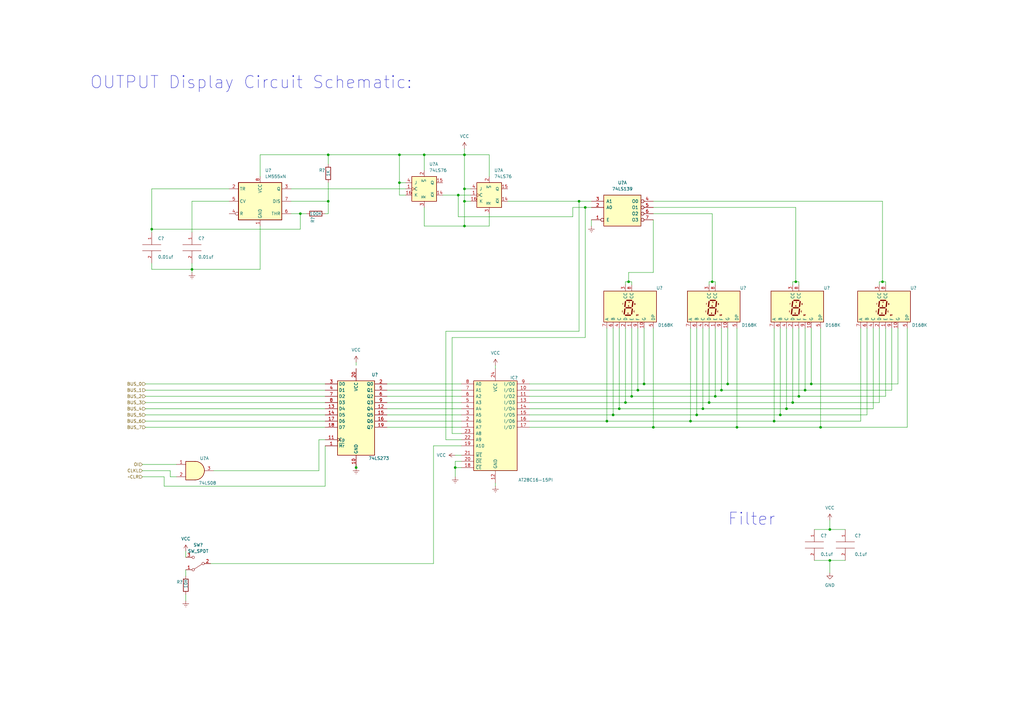
<source format=kicad_sch>
(kicad_sch (version 20211123) (generator eeschema)
  (paper "A3")
  (lib_symbols
    (symbol "74xx:74LS08" (pin_names (offset 1.016))
      (property "Reference" "U" (at 0 1.27 0))
      (property "Value" "74LS08" (at 0 -1.27 0))
      (symbol "74LS08_1_1"
        (arc (start 0 -3.81) (mid 3.81 0) (end 0 3.81) (stroke (width 0.254)) (fill (type background)))
        (polyline (pts (xy 0 3.81) (xy -3.81 3.81) (xy -3.81 -3.81) (xy 0 -3.81)) (stroke (width 0.254)) (fill (type background)))
        (pin input line (at -7.62 2.54 0) (length 3.81) (name "~") (number "1"))
        (pin input line (at -7.62 -2.54 0) (length 3.81) (name "~") (number "2"))
        (pin output line (at 7.62 0 180) (length 3.81) (name "~") (number "3"))
      )
      (symbol "74LS08_1_2"
        (arc (start -3.81 -3.81) (mid -2.589 0) (end -3.81 3.81) (stroke (width 0.254)))
        (arc (start -0.6096 -3.81) (mid 2.1842 -2.5851) (end 3.81 0) (stroke (width 0.254)) (fill (type background)))
        (polyline (pts (xy -3.81 -3.81) (xy -0.635 -3.81)) (stroke (width 0.254)) (fill (type background)))
        (polyline (pts (xy -3.81 3.81) (xy -0.635 3.81)) (stroke (width 0.254)) (fill (type background)))
        (polyline (pts (xy -0.635 3.81) (xy -3.81 3.81) (xy -3.81 3.81) (xy -3.556 3.4036) (xy -3.0226 2.2606) (xy -2.6924 1.0414) (xy -2.6162 -0.254) (xy -2.7686 -1.4986) (xy -3.175 -2.7178) (xy -3.81 -3.81) (xy -3.81 -3.81) (xy -0.635 -3.81)) (stroke (width -25.4)) (fill (type background)))
        (arc (start 3.81 0) (mid 2.1915 2.5936) (end -0.6096 3.81) (stroke (width 0.254)) (fill (type background)))
        (pin input inverted (at -7.62 2.54 0) (length 4.318) (name "~") (number "1"))
        (pin input inverted (at -7.62 -2.54 0) (length 4.318) (name "~") (number "2"))
        (pin output inverted (at 7.62 0 180) (length 3.81) (name "~") (number "3"))
      )
      (symbol "74LS08_2_1"
        (arc (start 0 -3.81) (mid 3.81 0) (end 0 3.81) (stroke (width 0.254)) (fill (type background)))
        (polyline (pts (xy 0 3.81) (xy -3.81 3.81) (xy -3.81 -3.81) (xy 0 -3.81)) (stroke (width 0.254)) (fill (type background)))
        (pin input line (at -7.62 2.54 0) (length 3.81) (name "~") (number "4"))
        (pin input line (at -7.62 -2.54 0) (length 3.81) (name "~") (number "5"))
        (pin output line (at 7.62 0 180) (length 3.81) (name "~") (number "6"))
      )
      (symbol "74LS08_2_2"
        (arc (start -3.81 -3.81) (mid -2.589 0) (end -3.81 3.81) (stroke (width 0.254)))
        (arc (start -0.6096 -3.81) (mid 2.1842 -2.5851) (end 3.81 0) (stroke (width 0.254)) (fill (type background)))
        (polyline (pts (xy -3.81 -3.81) (xy -0.635 -3.81)) (stroke (width 0.254)) (fill (type background)))
        (polyline (pts (xy -3.81 3.81) (xy -0.635 3.81)) (stroke (width 0.254)) (fill (type background)))
        (polyline (pts (xy -0.635 3.81) (xy -3.81 3.81) (xy -3.81 3.81) (xy -3.556 3.4036) (xy -3.0226 2.2606) (xy -2.6924 1.0414) (xy -2.6162 -0.254) (xy -2.7686 -1.4986) (xy -3.175 -2.7178) (xy -3.81 -3.81) (xy -3.81 -3.81) (xy -0.635 -3.81)) (stroke (width -25.4)) (fill (type background)))
        (arc (start 3.81 0) (mid 2.1915 2.5936) (end -0.6096 3.81) (stroke (width 0.254)) (fill (type background)))
        (pin input inverted (at -7.62 2.54 0) (length 4.318) (name "~") (number "4"))
        (pin input inverted (at -7.62 -2.54 0) (length 4.318) (name "~") (number "5"))
        (pin output inverted (at 7.62 0 180) (length 3.81) (name "~") (number "6"))
      )
      (symbol "74LS08_3_1"
        (arc (start 0 -3.81) (mid 3.81 0) (end 0 3.81) (stroke (width 0.254)) (fill (type background)))
        (polyline (pts (xy 0 3.81) (xy -3.81 3.81) (xy -3.81 -3.81) (xy 0 -3.81)) (stroke (width 0.254)) (fill (type background)))
        (pin input line (at -7.62 -2.54 0) (length 3.81) (name "~") (number "10"))
        (pin output line (at 7.62 0 180) (length 3.81) (name "~") (number "8"))
        (pin input line (at -7.62 2.54 0) (length 3.81) (name "~") (number "9"))
      )
      (symbol "74LS08_3_2"
        (arc (start -3.81 -3.81) (mid -2.589 0) (end -3.81 3.81) (stroke (width 0.254)))
        (arc (start -0.6096 -3.81) (mid 2.1842 -2.5851) (end 3.81 0) (stroke (width 0.254)) (fill (type background)))
        (polyline (pts (xy -3.81 -3.81) (xy -0.635 -3.81)) (stroke (width 0.254)) (fill (type background)))
        (polyline (pts (xy -3.81 3.81) (xy -0.635 3.81)) (stroke (width 0.254)) (fill (type background)))
        (polyline (pts (xy -0.635 3.81) (xy -3.81 3.81) (xy -3.81 3.81) (xy -3.556 3.4036) (xy -3.0226 2.2606) (xy -2.6924 1.0414) (xy -2.6162 -0.254) (xy -2.7686 -1.4986) (xy -3.175 -2.7178) (xy -3.81 -3.81) (xy -3.81 -3.81) (xy -0.635 -3.81)) (stroke (width -25.4)) (fill (type background)))
        (arc (start 3.81 0) (mid 2.1915 2.5936) (end -0.6096 3.81) (stroke (width 0.254)) (fill (type background)))
        (pin input inverted (at -7.62 -2.54 0) (length 4.318) (name "~") (number "10"))
        (pin output inverted (at 7.62 0 180) (length 3.81) (name "~") (number "8"))
        (pin input inverted (at -7.62 2.54 0) (length 4.318) (name "~") (number "9"))
      )
      (symbol "74LS08_4_1"
        (arc (start 0 -3.81) (mid 3.81 0) (end 0 3.81) (stroke (width 0.254)) (fill (type background)))
        (polyline (pts (xy 0 3.81) (xy -3.81 3.81) (xy -3.81 -3.81) (xy 0 -3.81)) (stroke (width 0.254)) (fill (type background)))
        (pin output line (at 7.62 0 180) (length 3.81) (name "~") (number "11"))
        (pin input line (at -7.62 2.54 0) (length 3.81) (name "~") (number "12"))
        (pin input line (at -7.62 -2.54 0) (length 3.81) (name "~") (number "13"))
      )
      (symbol "74LS08_4_2"
        (arc (start -3.81 -3.81) (mid -2.589 0) (end -3.81 3.81) (stroke (width 0.254)))
        (arc (start -0.6096 -3.81) (mid 2.1842 -2.5851) (end 3.81 0) (stroke (width 0.254)) (fill (type background)))
        (polyline (pts (xy -3.81 -3.81) (xy -0.635 -3.81)) (stroke (width 0.254)) (fill (type background)))
        (polyline (pts (xy -3.81 3.81) (xy -0.635 3.81)) (stroke (width 0.254)) (fill (type background)))
        (polyline (pts (xy -0.635 3.81) (xy -3.81 3.81) (xy -3.81 3.81) (xy -3.556 3.4036) (xy -3.0226 2.2606) (xy -2.6924 1.0414) (xy -2.6162 -0.254) (xy -2.7686 -1.4986) (xy -3.175 -2.7178) (xy -3.81 -3.81) (xy -3.81 -3.81) (xy -0.635 -3.81)) (stroke (width -25.4)) (fill (type background)))
        (arc (start 3.81 0) (mid 2.1915 2.5936) (end -0.6096 3.81) (stroke (width 0.254)) (fill (type background)))
        (pin output inverted (at 7.62 0 180) (length 3.81) (name "~") (number "11"))
        (pin input inverted (at -7.62 2.54 0) (length 4.318) (name "~") (number "12"))
        (pin input inverted (at -7.62 -2.54 0) (length 4.318) (name "~") (number "13"))
      )
      (symbol "74LS08_5_0"
        (pin power_in line (at 0 12.7 270) (length 5.08) (name "VCC") (number "14"))
        (pin power_in line (at 0 -12.7 90) (length 5.08) (name "GND") (number "7"))
      )
      (symbol "74LS08_5_1"
        (rectangle (start -5.08 7.62) (end 5.08 -7.62) (stroke (width 0.254)) (fill (type background)))
      )
    )
    (symbol "74xx:74LS139" (pin_names (offset 1.016))
      (property "Reference" "U" (at -7.62 8.89 0))
      (property "Value" "74LS139" (at -7.62 -8.89 0))
      (symbol "74LS139_1_0"
        (pin input inverted (at -12.7 -5.08 0) (length 5.08) (name "E") (number "1"))
        (pin input line (at -12.7 0 0) (length 5.08) (name "A0") (number "2"))
        (pin input line (at -12.7 2.54 0) (length 5.08) (name "A1") (number "3"))
        (pin output inverted (at 12.7 2.54 180) (length 5.08) (name "O0") (number "4"))
        (pin output inverted (at 12.7 0 180) (length 5.08) (name "O1") (number "5"))
        (pin output inverted (at 12.7 -2.54 180) (length 5.08) (name "O2") (number "6"))
        (pin output inverted (at 12.7 -5.08 180) (length 5.08) (name "O3") (number "7"))
      )
      (symbol "74LS139_1_1"
        (rectangle (start -7.62 5.08) (end 7.62 -7.62) (stroke (width 0.254)) (fill (type background)))
      )
      (symbol "74LS139_2_0"
        (pin output inverted (at 12.7 -2.54 180) (length 5.08) (name "O2") (number "10"))
        (pin output inverted (at 12.7 0 180) (length 5.08) (name "O1") (number "11"))
        (pin output inverted (at 12.7 2.54 180) (length 5.08) (name "O0") (number "12"))
        (pin input line (at -12.7 2.54 0) (length 5.08) (name "A1") (number "13"))
        (pin input line (at -12.7 0 0) (length 5.08) (name "A0") (number "14"))
        (pin input inverted (at -12.7 -5.08 0) (length 5.08) (name "E") (number "15"))
        (pin output inverted (at 12.7 -5.08 180) (length 5.08) (name "O3") (number "9"))
      )
      (symbol "74LS139_2_1"
        (rectangle (start -7.62 5.08) (end 7.62 -7.62) (stroke (width 0.254)) (fill (type background)))
      )
      (symbol "74LS139_3_0"
        (pin power_in line (at 0 12.7 270) (length 5.08) (name "VCC") (number "16"))
        (pin power_in line (at 0 -12.7 90) (length 5.08) (name "GND") (number "8"))
      )
      (symbol "74LS139_3_1"
        (rectangle (start -5.08 7.62) (end 5.08 -7.62) (stroke (width 0.254)) (fill (type background)))
      )
    )
    (symbol "74xx:74LS273"
      (property "Reference" "U?" (at 6.35 16.51 0))
      (property "Value" "74LS273" (at 5.08 -17.78 0))
      (symbol "74LS273_1_0"
        (pin input line (at -12.7 -12.7 0) (length 5.08) (name "~{Mr}") (number "1"))
        (pin power_in line (at 0 -21.59 90) (length 5.08) (name "GND") (number "10"))
        (pin input clock (at -12.7 -10.16 0) (length 5.08) (name "Cp") (number "11"))
        (pin output line (at 12.7 2.54 180) (length 5.08) (name "Q4") (number "12"))
        (pin input line (at -12.7 2.54 0) (length 5.08) (name "D4") (number "13"))
        (pin input line (at -12.7 0 0) (length 5.08) (name "D5") (number "14"))
        (pin output line (at 12.7 0 180) (length 5.08) (name "Q5") (number "15"))
        (pin output line (at 12.7 -2.54 180) (length 5.08) (name "Q6") (number "16"))
        (pin input line (at -12.7 -2.54 0) (length 5.08) (name "D6") (number "17"))
        (pin input line (at -12.7 -5.08 0) (length 5.08) (name "D7") (number "18"))
        (pin output line (at 12.7 -5.08 180) (length 5.08) (name "Q7") (number "19"))
        (pin output line (at 12.7 12.7 180) (length 5.08) (name "Q0") (number "2"))
        (pin power_in line (at 0 19.05 270) (length 5.08) (name "VCC") (number "20"))
        (pin input line (at -12.7 12.7 0) (length 5.08) (name "D0") (number "3"))
        (pin input line (at -12.7 10.16 0) (length 5.08) (name "D1") (number "4"))
        (pin output line (at 12.7 10.16 180) (length 5.08) (name "Q1") (number "5"))
        (pin output line (at 12.7 7.62 180) (length 5.08) (name "Q2") (number "6"))
        (pin input line (at -12.7 7.62 0) (length 5.08) (name "D2") (number "7"))
        (pin input line (at -12.7 5.08 0) (length 5.08) (name "D3") (number "8"))
        (pin output line (at 12.7 5.08 180) (length 5.08) (name "Q3") (number "9"))
      )
      (symbol "74LS273_1_1"
        (rectangle (start -7.62 13.97) (end 7.62 -16.51) (stroke (width 0.254)) (fill (type background)))
      )
    )
    (symbol "74xx:74LS76" (pin_names (offset 1.016))
      (property "Reference" "U" (at -7.62 8.89 0))
      (property "Value" "74LS76" (at -7.62 -8.89 0))
      (symbol "74LS76_1_0"
        (pin input clock (at -7.62 0 0) (length 2.54) (name "C") (number "1"))
        (pin output line (at 7.62 -2.54 180) (length 2.54) (name "~{Q}") (number "14"))
        (pin output line (at 7.62 2.54 180) (length 2.54) (name "Q") (number "15"))
        (pin input line (at -7.62 -2.54 0) (length 2.54) (name "K") (number "16"))
        (pin input line (at 0 7.62 270) (length 2.54) (name "~{S}") (number "2"))
        (pin input line (at 0 -7.62 90) (length 2.54) (name "~{R}") (number "3"))
        (pin input line (at -7.62 2.54 0) (length 2.54) (name "J") (number "4"))
      )
      (symbol "74LS76_1_1"
        (rectangle (start -5.08 5.08) (end 5.08 -5.08) (stroke (width 0.254)) (fill (type background)))
      )
      (symbol "74LS76_2_0"
        (pin output line (at 7.62 -2.54 180) (length 2.54) (name "~{Q}") (number "10"))
        (pin output line (at 7.62 2.54 180) (length 2.54) (name "Q") (number "11"))
        (pin input line (at -7.62 -2.54 0) (length 2.54) (name "K") (number "12"))
        (pin input clock (at -7.62 0 0) (length 2.54) (name "C") (number "6"))
        (pin input line (at 0 7.62 270) (length 2.54) (name "~{S}") (number "7"))
        (pin input line (at 0 -7.62 90) (length 2.54) (name "~{R}") (number "8"))
        (pin input line (at -7.62 2.54 0) (length 2.54) (name "J") (number "9"))
      )
      (symbol "74LS76_2_1"
        (rectangle (start -5.08 5.08) (end 5.08 -5.08) (stroke (width 0.254)) (fill (type background)))
      )
      (symbol "74LS76_3_0"
        (pin power_in line (at 0 -10.16 90) (length 2.54) (name "GND") (number "13"))
        (pin power_in line (at 0 10.16 270) (length 2.54) (name "VCC") (number "5"))
      )
      (symbol "74LS76_3_1"
        (rectangle (start -5.08 7.62) (end 5.08 -7.62) (stroke (width 0.254)) (fill (type background)))
      )
    )
    (symbol "D168K_1"
      (property "Reference" "U?" (at 12.7 1.27 0))
      (property "Value" "D168K" (at 15.24 -13.97 0))
      (symbol "D168K_1_0_0"
        (text "A" (at 0.254 -4.572 0) (effects (font (size 0.508 0.508))))
        (text "B" (at 2.54 -5.334 0) (effects (font (size 0.508 0.508))))
        (text "C" (at 2.286 -8.382 0) (effects (font (size 0.508 0.508))))
        (text "D" (at -0.254 -9.144 0) (effects (font (size 0.508 0.508))))
        (text "DP" (at 3.556 -9.906 0) (effects (font (size 0.508 0.508))))
        (text "E" (at -2.54 -8.382 0) (effects (font (size 0.508 0.508))))
        (text "F" (at -2.286 -5.334 0) (effects (font (size 0.508 0.508))))
        (text "G" (at 0 -6.096 0) (effects (font (size 0.508 0.508))))
      )
      (symbol "D168K_1_0_1"
        (rectangle (start -10.16 0) (end 11.43 -12.7) (stroke (width 0.254)) (fill (type background)))
        (polyline (pts (xy -1.524 -7.366) (xy -1.778 -9.398)) (stroke (width 0.508)))
        (polyline (pts (xy -1.27 -9.906) (xy 0.762 -9.906)) (stroke (width 0.508)))
        (polyline (pts (xy -1.27 -4.318) (xy -1.524 -6.35)) (stroke (width 0.508)))
        (polyline (pts (xy -1.016 -6.858) (xy 1.016 -6.858)) (stroke (width 0.508)))
        (polyline (pts (xy -0.762 -3.81) (xy 1.27 -3.81)) (stroke (width 0.508)))
        (polyline (pts (xy 1.524 -7.366) (xy 1.27 -9.398)) (stroke (width 0.508)))
        (polyline (pts (xy 1.778 -4.318) (xy 1.524 -6.35)) (stroke (width 0.508)))
        (polyline (pts (xy 2.54 -9.906) (xy 2.54 -9.906)) (stroke (width 0.508)))
      )
      (symbol "D168K_1_1_1"
        (pin input line (at 1.27 -15.24 90) (length 2.54) (name "E") (number "1"))
        (pin input line (at 6.35 -15.24 90) (length 2.54) (name "G") (number "10"))
        (pin input line (at -1.27 -15.24 90) (length 2.54) (name "D") (number "2"))
        (pin input line (at -1.27 2.54 270) (length 2.54) (name "CC") (number "3"))
        (pin input line (at -3.81 -15.24 90) (length 2.54) (name "C") (number "4"))
        (pin input line (at 10.16 -15.24 90) (length 2.54) (name "DP") (number "5"))
        (pin input line (at -6.35 -15.24 90) (length 2.54) (name "B") (number "6"))
        (pin input line (at -8.89 -15.24 90) (length 2.54) (name "A") (number "7"))
        (pin input line (at 1.27 2.54 270) (length 2.54) (name "CC") (number "8"))
        (pin input line (at 3.81 -15.24 90) (length 2.54) (name "F") (number "9"))
      )
    )
    (symbol "Device:R" (pin_numbers hide) (pin_names (offset 0))
      (property "Reference" "R" (at 2.032 0 90))
      (property "Value" "R" (at 0 0 90))
      (symbol "R_0_1"
        (rectangle (start -1.016 -2.54) (end 1.016 2.54) (stroke (width 0.254)))
      )
      (symbol "R_1_1"
        (pin passive line (at 0 3.81 270) (length 1.27) (name "~") (number "1"))
        (pin passive line (at 0 -3.81 90) (length 1.27) (name "~") (number "2"))
      )
    )
    (symbol "SamacSys_Parts:AT28C16-15PI" (pin_names (offset 0.762))
      (property "Reference" "IC?" (at -1.27 3.81 0))
      (property "Value" "AT28C16-15PI" (at 7.62 -38.1 0))
      (symbol "AT28C16-15PI_0_0"
        (pin passive line (at -22.86 -16.51 0) (length 5.08) (name "A7") (number "1"))
        (pin passive line (at 5.08 -1.27 180) (length 5.08) (name "I/O1") (number "10"))
        (pin passive line (at 5.08 -3.81 180) (length 5.08) (name "I/O2") (number "11"))
        (pin passive line (at -8.89 -39.37 90) (length 5.08) (name "GND") (number "12"))
        (pin passive line (at 5.08 -6.35 180) (length 5.08) (name "I/O3") (number "13"))
        (pin passive line (at 5.08 -8.89 180) (length 5.08) (name "I/O4") (number "14"))
        (pin passive line (at 5.08 -11.43 180) (length 5.08) (name "I/O5") (number "15"))
        (pin passive line (at 5.08 -13.97 180) (length 5.08) (name "I/O6") (number "16"))
        (pin passive line (at 5.08 -16.51 180) (length 5.08) (name "I/O7") (number "17"))
        (pin passive line (at -22.86 -33.02 0) (length 5.08) (name "~{CE}") (number "18"))
        (pin passive line (at -22.86 -24.13 0) (length 5.08) (name "A10") (number "19"))
        (pin passive line (at -22.86 -13.97 0) (length 5.08) (name "A6") (number "2"))
        (pin passive line (at -22.86 -30.48 0) (length 5.08) (name "~{OE}") (number "20"))
        (pin passive line (at -22.86 -27.94 0) (length 5.08) (name "~{WE}") (number "21"))
        (pin passive line (at -22.86 -21.59 0) (length 5.08) (name "A9") (number "22"))
        (pin passive line (at -22.86 -19.05 0) (length 5.08) (name "A8") (number "23"))
        (pin passive line (at -8.89 7.62 270) (length 5.08) (name "VCC") (number "24"))
        (pin passive line (at -22.86 -11.43 0) (length 5.08) (name "A5") (number "3"))
        (pin passive line (at -22.86 -8.89 0) (length 5.08) (name "A4") (number "4"))
        (pin passive line (at -22.86 -6.35 0) (length 5.08) (name "A3") (number "5"))
        (pin passive line (at -22.86 -3.81 0) (length 5.08) (name "A2") (number "6"))
        (pin passive line (at -22.86 -1.27 0) (length 5.08) (name "A1") (number "7"))
        (pin passive line (at -22.86 1.27 0) (length 5.08) (name "A0") (number "8"))
        (pin passive line (at 5.08 1.27 180) (length 5.08) (name "I/O0") (number "9"))
      )
      (symbol "AT28C16-15PI_0_1"
        (polyline (pts (xy -17.78 2.54) (xy 0 2.54) (xy 0 -34.29) (xy -17.78 -34.29) (xy -17.78 2.54)) (stroke (width 0.254)) (fill (type background)))
      )
    )
    (symbol "Switch:SW_SPDT" (pin_names (offset 0) hide)
      (property "Reference" "SW" (at 0 4.318 0))
      (property "Value" "SW_SPDT" (at 0 -5.08 0))
      (symbol "SW_SPDT_0_0"
        (circle (center -2.032 0) (radius 0.508))
        (circle (center 2.032 -2.54) (radius 0.508))
      )
      (symbol "SW_SPDT_0_1"
        (polyline (pts (xy -1.524 0.254) (xy 1.651 2.286)))
        (circle (center 2.032 2.54) (radius 0.508))
      )
      (symbol "SW_SPDT_1_1"
        (pin passive line (at 5.08 2.54 180) (length 2.54) (name "A") (number "1"))
        (pin passive line (at -5.08 0 0) (length 2.54) (name "B") (number "2"))
        (pin passive line (at 5.08 -2.54 180) (length 2.54) (name "C") (number "3"))
      )
    )
    (symbol "Timer:LM555xN"
      (property "Reference" "U" (at -10.16 8.89 0))
      (property "Value" "LM555xN" (at 2.54 8.89 0))
      (symbol "LM555xN_0_0"
        (pin power_in line (at 0 -10.16 90) (length 2.54) (name "GND") (number "1"))
        (pin power_in line (at 0 10.16 270) (length 2.54) (name "VCC") (number "8"))
      )
      (symbol "LM555xN_0_1"
        (rectangle (start -8.89 -7.62) (end 8.89 7.62) (stroke (width 0.254)) (fill (type background)))
        (rectangle (start -8.89 -7.62) (end 8.89 7.62) (stroke (width 0.254)) (fill (type background)))
      )
      (symbol "LM555xN_1_1"
        (pin input line (at -12.7 5.08 0) (length 3.81) (name "TR") (number "2"))
        (pin output line (at 12.7 5.08 180) (length 3.81) (name "Q") (number "3"))
        (pin input inverted (at -12.7 -5.08 0) (length 3.81) (name "R") (number "4"))
        (pin input line (at -12.7 0 0) (length 3.81) (name "CV") (number "5"))
        (pin input line (at 12.7 -5.08 180) (length 3.81) (name "THR") (number "6"))
        (pin input line (at 12.7 0 180) (length 3.81) (name "DIS") (number "7"))
      )
    )
    (symbol "power:Earth" (power) (pin_names (offset 0))
      (symbol "Earth_0_1"
        (polyline (pts (xy -0.635 -1.905) (xy 0.635 -1.905)))
        (polyline (pts (xy -0.127 -2.54) (xy 0.127 -2.54)))
        (polyline (pts (xy 0 -1.27) (xy 0 0)))
        (polyline (pts (xy 1.27 -1.27) (xy -1.27 -1.27)))
      )
      (symbol "Earth_1_1"
        (pin power_in line (at 0 0 270) (length 0) hide (name "Earth") (number "1"))
      )
    )
    (symbol "power:GND" (power) (pin_names (offset 0))
      (property "Value" "GND" (at 0 -3.81 0))
      (symbol "GND_0_1"
        (polyline (pts (xy 0 0) (xy 0 -1.27) (xy 1.27 -1.27) (xy 0 -2.54) (xy -1.27 -1.27) (xy 0 -1.27)))
      )
      (symbol "GND_1_1"
        (pin power_in line (at 0 0 270) (length 0) hide (name "GND") (number "1"))
      )
    )
    (symbol "power:VCC" (power) (pin_names (offset 0))
      (property "Value" "VCC" (at 0 3.81 0))
      (symbol "VCC_0_1"
        (polyline (pts (xy -0.762 1.27) (xy 0 2.54)))
        (polyline (pts (xy 0 0) (xy 0 2.54)))
        (polyline (pts (xy 0 2.54) (xy 0.762 1.27)))
      )
      (symbol "VCC_1_1"
        (pin power_in line (at 0 0 90) (length 0) hide (name "VCC") (number "1"))
      )
    )
    (symbol "pspice:CAP" (pin_names (offset 0.254))
      (property "Reference" "C" (at 2.54 3.81 90))
      (property "Value" "CAP" (at 2.54 -3.81 90))
      (symbol "CAP_0_1"
        (polyline (pts (xy -3.81 -1.27) (xy 3.81 -1.27)))
        (polyline (pts (xy -3.81 1.27) (xy 3.81 1.27)))
      )
      (symbol "CAP_1_1"
        (pin passive line (at 0 6.35 270) (length 5.08) (name "~") (number "1"))
        (pin passive line (at 0 -6.35 90) (length 5.08) (name "~") (number "2"))
      )
    )
  )
  (junction (at 327.66 162.56))
  (junction (at 295.91 160.02))
  (junction (at 190.5 63.5))
  (junction (at 332.74 157.48))
  (junction (at 251.46 170.18))
  (junction (at 190.5 77.47))
  (junction (at 62.23 93.98))
  (junction (at 317.5 172.72))
  (junction (at 322.58 167.64))
  (junction (at 123.19 87.63))
  (junction (at 292.1 115.57))
  (junction (at 320.04 170.18))
  (junction (at 173.99 63.5))
  (junction (at 340.36 229.87))
  (junction (at 134.62 82.55))
  (junction (at 256.54 165.1))
  (junction (at 283.21 172.72))
  (junction (at 190.5 82.55))
  (junction (at 134.62 63.5))
  (junction (at 264.16 157.48))
  (junction (at 78.74 110.49))
  (junction (at 361.95 115.57))
  (junction (at 187.96 80.01))
  (junction (at 298.45 157.48))
  (junction (at 336.55 175.26))
  (junction (at 240.03 85.09))
  (junction (at 326.39 115.57))
  (junction (at 190.5 92.71))
  (junction (at 261.62 160.02))
  (junction (at 248.92 172.72))
  (junction (at 302.26 175.26))
  (junction (at 259.08 162.56))
  (junction (at 340.36 217.17))
  (junction (at 330.2 160.02))
  (junction (at 163.83 63.5))
  (junction (at 293.37 162.56))
  (junction (at 186.69 191.77))
  (junction (at 288.29 167.64))
  (junction (at 254 167.64))
  (junction (at 325.12 165.1))
  (junction (at 267.97 175.26))
  (junction (at 237.49 82.55))
  (junction (at 163.83 74.93))
  (junction (at 257.81 115.57))
  (junction (at 290.83 165.1))
  (junction (at 146.05 191.77))
  (junction (at 285.75 170.18))
  (wire (pts (xy 267.97 87.63) (xy 292.1 87.63)))
  (wire (pts (xy 360.68 116.84) (xy 360.68 115.57)))
  (wire (pts (xy 59.69 160.02) (xy 133.35 160.02)))
  (wire (pts (xy 298.45 157.48) (xy 332.74 157.48)))
  (wire (pts (xy 134.62 63.5) (xy 134.62 67.31)))
  (wire (pts (xy 251.46 170.18) (xy 285.75 170.18)))
  (wire (pts (xy 163.83 74.93) (xy 163.83 80.01)))
  (wire (pts (xy 186.69 189.23) (xy 186.69 191.77)))
  (wire (pts (xy 217.17 170.18) (xy 251.46 170.18)))
  (wire (pts (xy 200.66 92.71) (xy 200.66 87.63)))
  (wire (pts (xy 208.28 82.55) (xy 237.49 82.55)))
  (wire (pts (xy 290.83 116.84) (xy 290.83 115.57)))
  (wire (pts (xy 340.36 229.87) (xy 340.36 234.95)))
  (wire (pts (xy 134.62 87.63) (xy 134.62 82.55)))
  (wire (pts (xy 372.11 175.26) (xy 372.11 134.62)))
  (wire (pts (xy 166.37 80.01) (xy 163.83 80.01)))
  (wire (pts (xy 185.42 138.43) (xy 185.42 177.8)))
  (wire (pts (xy 327.66 115.57) (xy 327.66 116.84)))
  (wire (pts (xy 158.75 157.48) (xy 189.23 157.48)))
  (wire (pts (xy 158.75 162.56) (xy 189.23 162.56)))
  (wire (pts (xy 353.06 172.72) (xy 353.06 134.62)))
  (wire (pts (xy 325.12 165.1) (xy 360.68 165.1)))
  (wire (pts (xy 302.26 175.26) (xy 336.55 175.26)))
  (wire (pts (xy 292.1 115.57) (xy 293.37 115.57)))
  (wire (pts (xy 340.36 229.87) (xy 346.71 229.87)))
  (wire (pts (xy 293.37 134.62) (xy 293.37 162.56)))
  (wire (pts (xy 187.96 80.01) (xy 187.96 88.9)))
  (wire (pts (xy 173.99 63.5) (xy 173.99 69.85)))
  (wire (pts (xy 256.54 165.1) (xy 290.83 165.1)))
  (wire (pts (xy 248.92 134.62) (xy 248.92 172.72)))
  (wire (pts (xy 330.2 134.62) (xy 330.2 160.02)))
  (wire (pts (xy 62.23 93.98) (xy 123.19 93.98)))
  (wire (pts (xy 59.69 175.26) (xy 133.35 175.26)))
  (wire (pts (xy 217.17 175.26) (xy 267.97 175.26)))
  (wire (pts (xy 242.57 85.09) (xy 240.03 85.09)))
  (wire (pts (xy 158.75 175.26) (xy 189.23 175.26)))
  (wire (pts (xy 190.5 92.71) (xy 200.66 92.71)))
  (wire (pts (xy 330.2 160.02) (xy 365.76 160.02)))
  (wire (pts (xy 259.08 115.57) (xy 259.08 116.84)))
  (wire (pts (xy 322.58 134.62) (xy 322.58 167.64)))
  (wire (pts (xy 288.29 134.62) (xy 288.29 167.64)))
  (wire (pts (xy 67.31 195.58) (xy 67.31 199.39)))
  (wire (pts (xy 158.75 167.64) (xy 189.23 167.64)))
  (wire (pts (xy 325.12 134.62) (xy 325.12 165.1)))
  (wire (pts (xy 190.5 77.47) (xy 190.5 63.5)))
  (wire (pts (xy 189.23 189.23) (xy 186.69 189.23)))
  (wire (pts (xy 340.36 213.36) (xy 340.36 217.17)))
  (wire (pts (xy 177.8 182.88) (xy 177.8 231.14)))
  (wire (pts (xy 163.83 74.93) (xy 166.37 74.93)))
  (wire (pts (xy 288.29 167.64) (xy 322.58 167.64)))
  (wire (pts (xy 59.69 157.48) (xy 133.35 157.48)))
  (wire (pts (xy 327.66 134.62) (xy 327.66 162.56)))
  (wire (pts (xy 186.69 191.77) (xy 189.23 191.77)))
  (wire (pts (xy 326.39 115.57) (xy 327.66 115.57)))
  (wire (pts (xy 259.08 134.62) (xy 259.08 162.56)))
  (wire (pts (xy 336.55 134.62) (xy 336.55 175.26)))
  (wire (pts (xy 293.37 162.56) (xy 327.66 162.56)))
  (wire (pts (xy 360.68 115.57) (xy 361.95 115.57)))
  (wire (pts (xy 283.21 172.72) (xy 317.5 172.72)))
  (wire (pts (xy 240.03 85.09) (xy 240.03 138.43)))
  (wire (pts (xy 133.35 87.63) (xy 134.62 87.63)))
  (wire (pts (xy 334.01 229.87) (xy 340.36 229.87)))
  (wire (pts (xy 361.95 115.57) (xy 363.22 115.57)))
  (wire (pts (xy 327.66 162.56) (xy 363.22 162.56)))
  (wire (pts (xy 298.45 134.62) (xy 298.45 157.48)))
  (wire (pts (xy 67.31 199.39) (xy 133.35 199.39)))
  (wire (pts (xy 368.3 134.62) (xy 368.3 157.48)))
  (wire (pts (xy 190.5 60.96) (xy 190.5 63.5)))
  (wire (pts (xy 340.36 217.17) (xy 334.01 217.17)))
  (wire (pts (xy 257.81 111.76) (xy 257.81 115.57)))
  (wire (pts (xy 285.75 170.18) (xy 320.04 170.18)))
  (wire (pts (xy 358.14 134.62) (xy 358.14 167.64)))
  (wire (pts (xy 106.68 92.71) (xy 106.68 110.49)))
  (wire (pts (xy 257.81 115.57) (xy 259.08 115.57)))
  (wire (pts (xy 242.57 92.71) (xy 242.57 90.17)))
  (wire (pts (xy 346.71 217.17) (xy 340.36 217.17)))
  (wire (pts (xy 123.19 87.63) (xy 125.73 87.63)))
  (wire (pts (xy 181.61 80.01) (xy 187.96 80.01)))
  (wire (pts (xy 185.42 177.8) (xy 189.23 177.8)))
  (wire (pts (xy 295.91 134.62) (xy 295.91 160.02)))
  (wire (pts (xy 78.74 110.49) (xy 78.74 111.76)))
  (wire (pts (xy 217.17 165.1) (xy 256.54 165.1)))
  (wire (pts (xy 320.04 134.62) (xy 320.04 170.18)))
  (wire (pts (xy 119.38 77.47) (xy 166.37 77.47)))
  (wire (pts (xy 146.05 190.5) (xy 146.05 191.77)))
  (wire (pts (xy 256.54 134.62) (xy 256.54 165.1)))
  (wire (pts (xy 267.97 111.76) (xy 257.81 111.76)))
  (wire (pts (xy 62.23 77.47) (xy 93.98 77.47)))
  (wire (pts (xy 59.69 172.72) (xy 133.35 172.72)))
  (wire (pts (xy 76.2 236.22) (xy 76.2 233.68)))
  (wire (pts (xy 187.96 88.9) (xy 234.95 88.9)))
  (wire (pts (xy 292.1 87.63) (xy 292.1 115.57)))
  (wire (pts (xy 134.62 82.55) (xy 134.62 74.93)))
  (wire (pts (xy 193.04 82.55) (xy 190.5 82.55)))
  (wire (pts (xy 187.96 80.01) (xy 193.04 80.01)))
  (wire (pts (xy 336.55 175.26) (xy 372.11 175.26)))
  (wire (pts (xy 293.37 115.57) (xy 293.37 116.84)))
  (wire (pts (xy 123.19 93.98) (xy 123.19 87.63)))
  (wire (pts (xy 76.2 226.06) (xy 76.2 228.6)))
  (wire (pts (xy 332.74 157.48) (xy 368.3 157.48)))
  (wire (pts (xy 200.66 72.39) (xy 200.66 63.5)))
  (wire (pts (xy 58.42 193.04) (xy 69.85 193.04)))
  (wire (pts (xy 234.95 88.9) (xy 234.95 85.09)))
  (wire (pts (xy 295.91 160.02) (xy 330.2 160.02)))
  (wire (pts (xy 182.88 135.89) (xy 237.49 135.89)))
  (wire (pts (xy 290.83 165.1) (xy 325.12 165.1)))
  (wire (pts (xy 58.42 195.58) (xy 67.31 195.58)))
  (wire (pts (xy 355.6 170.18) (xy 355.6 134.62)))
  (wire (pts (xy 87.63 193.04) (xy 130.81 193.04)))
  (wire (pts (xy 317.5 134.62) (xy 317.5 172.72)))
  (wire (pts (xy 317.5 172.72) (xy 353.06 172.72)))
  (wire (pts (xy 240.03 138.43) (xy 185.42 138.43)))
  (wire (pts (xy 189.23 182.88) (xy 177.8 182.88)))
  (wire (pts (xy 158.75 165.1) (xy 189.23 165.1)))
  (wire (pts (xy 200.66 63.5) (xy 190.5 63.5)))
  (wire (pts (xy 363.22 115.57) (xy 363.22 116.84)))
  (wire (pts (xy 203.2 198.12) (xy 203.2 199.39)))
  (wire (pts (xy 58.42 190.5) (xy 72.39 190.5)))
  (wire (pts (xy 261.62 160.02) (xy 295.91 160.02)))
  (wire (pts (xy 217.17 172.72) (xy 248.92 172.72)))
  (wire (pts (xy 62.23 93.98) (xy 62.23 77.47)))
  (wire (pts (xy 158.75 160.02) (xy 189.23 160.02)))
  (wire (pts (xy 62.23 95.25) (xy 62.23 93.98)))
  (wire (pts (xy 217.17 167.64) (xy 254 167.64)))
  (wire (pts (xy 59.69 162.56) (xy 133.35 162.56)))
  (wire (pts (xy 259.08 162.56) (xy 293.37 162.56)))
  (wire (pts (xy 267.97 90.17) (xy 267.97 111.76)))
  (wire (pts (xy 203.2 149.86) (xy 203.2 151.13)))
  (wire (pts (xy 322.58 167.64) (xy 358.14 167.64)))
  (wire (pts (xy 361.95 82.55) (xy 361.95 115.57)))
  (wire (pts (xy 237.49 135.89) (xy 237.49 82.55)))
  (wire (pts (xy 267.97 134.62) (xy 267.97 175.26)))
  (wire (pts (xy 264.16 134.62) (xy 264.16 157.48)))
  (wire (pts (xy 106.68 72.39) (xy 106.68 63.5)))
  (wire (pts (xy 133.35 199.39) (xy 133.35 182.88)))
  (wire (pts (xy 261.62 134.62) (xy 261.62 160.02)))
  (wire (pts (xy 182.88 180.34) (xy 182.88 135.89)))
  (wire (pts (xy 190.5 82.55) (xy 190.5 92.71)))
  (wire (pts (xy 290.83 134.62) (xy 290.83 165.1)))
  (wire (pts (xy 320.04 170.18) (xy 355.6 170.18)))
  (wire (pts (xy 146.05 148.59) (xy 146.05 149.86)))
  (wire (pts (xy 256.54 115.57) (xy 257.81 115.57)))
  (wire (pts (xy 76.2 246.38) (xy 76.2 243.84)))
  (wire (pts (xy 78.74 107.95) (xy 78.74 110.49)))
  (wire (pts (xy 267.97 175.26) (xy 302.26 175.26)))
  (wire (pts (xy 59.69 165.1) (xy 133.35 165.1)))
  (wire (pts (xy 186.69 191.77) (xy 186.69 195.58)))
  (wire (pts (xy 69.85 193.04) (xy 69.85 195.58)))
  (wire (pts (xy 365.76 160.02) (xy 365.76 134.62)))
  (wire (pts (xy 248.92 172.72) (xy 283.21 172.72)))
  (wire (pts (xy 285.75 134.62) (xy 285.75 170.18)))
  (wire (pts (xy 69.85 195.58) (xy 72.39 195.58)))
  (wire (pts (xy 158.75 170.18) (xy 189.23 170.18)))
  (wire (pts (xy 363.22 162.56) (xy 363.22 134.62)))
  (wire (pts (xy 234.95 85.09) (xy 240.03 85.09)))
  (wire (pts (xy 290.83 115.57) (xy 292.1 115.57)))
  (wire (pts (xy 134.62 63.5) (xy 163.83 63.5)))
  (wire (pts (xy 325.12 115.57) (xy 326.39 115.57)))
  (wire (pts (xy 78.74 82.55) (xy 93.98 82.55)))
  (wire (pts (xy 189.23 180.34) (xy 182.88 180.34)))
  (wire (pts (xy 217.17 157.48) (xy 264.16 157.48)))
  (wire (pts (xy 62.23 107.95) (xy 62.23 110.49)))
  (wire (pts (xy 173.99 85.09) (xy 173.99 92.71)))
  (wire (pts (xy 119.38 82.55) (xy 134.62 82.55)))
  (wire (pts (xy 326.39 85.09) (xy 326.39 115.57)))
  (wire (pts (xy 59.69 167.64) (xy 133.35 167.64)))
  (wire (pts (xy 325.12 116.84) (xy 325.12 115.57)))
  (wire (pts (xy 119.38 87.63) (xy 123.19 87.63)))
  (wire (pts (xy 173.99 92.71) (xy 190.5 92.71)))
  (wire (pts (xy 332.74 134.62) (xy 332.74 157.48)))
  (wire (pts (xy 186.69 186.69) (xy 189.23 186.69)))
  (wire (pts (xy 62.23 110.49) (xy 78.74 110.49)))
  (wire (pts (xy 130.81 193.04) (xy 130.81 180.34)))
  (wire (pts (xy 302.26 134.62) (xy 302.26 175.26)))
  (wire (pts (xy 190.5 77.47) (xy 190.5 82.55)))
  (wire (pts (xy 251.46 134.62) (xy 251.46 170.18)))
  (wire (pts (xy 237.49 82.55) (xy 242.57 82.55)))
  (wire (pts (xy 217.17 162.56) (xy 259.08 162.56)))
  (wire (pts (xy 267.97 85.09) (xy 326.39 85.09)))
  (wire (pts (xy 190.5 63.5) (xy 173.99 63.5)))
  (wire (pts (xy 78.74 95.25) (xy 78.74 82.55)))
  (wire (pts (xy 163.83 63.5) (xy 163.83 74.93)))
  (wire (pts (xy 106.68 63.5) (xy 134.62 63.5)))
  (wire (pts (xy 130.81 180.34) (xy 133.35 180.34)))
  (wire (pts (xy 217.17 160.02) (xy 261.62 160.02)))
  (wire (pts (xy 254 167.64) (xy 288.29 167.64)))
  (wire (pts (xy 59.69 170.18) (xy 133.35 170.18)))
  (wire (pts (xy 163.83 63.5) (xy 173.99 63.5)))
  (wire (pts (xy 360.68 165.1) (xy 360.68 134.62)))
  (wire (pts (xy 106.68 110.49) (xy 78.74 110.49)))
  (wire (pts (xy 177.8 231.14) (xy 86.36 231.14)))
  (wire (pts (xy 193.04 77.47) (xy 190.5 77.47)))
  (wire (pts (xy 254 134.62) (xy 254 167.64)))
  (wire (pts (xy 264.16 157.48) (xy 298.45 157.48)))
  (wire (pts (xy 256.54 116.84) (xy 256.54 115.57)))
  (wire (pts (xy 158.75 172.72) (xy 189.23 172.72)))
  (wire (pts (xy 283.21 134.62) (xy 283.21 172.72)))
  (wire (pts (xy 267.97 82.55) (xy 361.95 82.55)))
  (text "OUTPUT Display Circuit Schematic:" (at 36.83 36.83 0) (effects (font (size 5 5)) (justify left bottom)))
  (text "Filter" (at 298.45 215.9 0) (effects (font (size 5 5)) (justify left bottom)))
  (hierarchical_label "BUS_0" (shape input) (at 59.69 157.48 180))
  (hierarchical_label "BUS_7" (shape input) (at 59.69 175.26 180))
  (hierarchical_label "BUS_2" (shape input) (at 59.69 162.56 180))
  (hierarchical_label "~CLR" (shape input) (at 58.42 195.58 180))
  (hierarchical_label "BUS_6" (shape input) (at 59.69 172.72 180))
  (hierarchical_label "BUS_4" (shape input) (at 59.69 167.64 180))
  (hierarchical_label "OI" (shape input) (at 58.42 190.5 180))
  (hierarchical_label "BUS_5" (shape input) (at 59.69 170.18 180))
  (hierarchical_label "CLKL" (shape input) (at 58.42 193.04 180))
  (hierarchical_label "BUS_1" (shape input) (at 59.69 160.02 180))
  (hierarchical_label "BUS_3" (shape input) (at 59.69 165.1 180))
  (symbol (lib_id "pspice:CAP") (at 62.23 101.6 0) (unit 1)
    (property "Reference" "C?" (at 64.77 97.79 0) (effects (justify left)))
    (property "Value" "0.01uf" (at 64.77 105.41 0) (effects (justify left)))
    (property "Footprint" "Capacitor_THT:C_Disc_D5.0mm_W2.5mm_P2.50mm" (effects hide))
  )
  (symbol (lib_id "74xx:74LS139") (at 255.27 85.09 0) (unit 1)
    (property "Reference" "U?" (at 255.27 74.93 0))
    (property "Value" "74LS139" (at 255.27 77.47 0))
    (property "Footprint" "Package_DIP:DIP-16_W7.62mm" (effects hide))
    (property "Datasheet" "http://www.ti.com/lit/ds/symlink/sn74ls139a.pdf" (effects hide))
  )
  (symbol (lib_id "Device:R") (at 76.2 240.03 180) (unit 1)
    (property "Reference" "R?" (at 72.39 238.76 0) (effects (justify right)))
    (property "Value" "10K" (at 76.2 241.3 90) (effects (justify right)))
    (property "Footprint" "Resistor_THT:R_Axial_DIN0204_L3.6mm_D1.6mm_P5.08mm_Horizontal" (effects hide))
  )
  (symbol (lib_name "D168K_1") (lib_id "Display_Character:D168K") (at 257.81 119.38 0) (unit 1)
    (property "Reference" "U?" (at 270.51 118.11 0))
    (property "Value" "D168K" (at 273.05 133.35 0))
    (property "Footprint" "Display_7Segment:D1X8K" (effects hide))
    (property "Datasheet" "https://ia800903.us.archive.org/24/items/CTKD1x8K/Cromatek%20D168K.pdf" (effects hide))
  )
  (symbol (lib_id "Device:R") (at 129.54 87.63 270) (unit 1)
    (property "Reference" "R?" (at 128.27 91.44 0) (effects (justify right)))
    (property "Value" "100K" (at 132.08 87.63 90) (effects (justify right)))
    (property "Footprint" "Resistor_THT:R_Axial_DIN0204_L3.6mm_D1.6mm_P5.08mm_Horizontal" (effects hide))
  )
  (symbol (lib_name "D168K_1") (lib_id "Display_Character:D168K") (at 326.39 119.38 0) (unit 1)
    (property "Reference" "U?" (at 339.09 118.11 0))
    (property "Value" "D168K" (at 341.63 133.35 0))
    (property "Footprint" "Display_7Segment:D1X8K" (effects hide))
    (property "Datasheet" "https://ia800903.us.archive.org/24/items/CTKD1x8K/Cromatek%20D168K.pdf" (effects hide))
  )
  (symbol (lib_id "pspice:CAP") (at 334.01 223.52 0) (unit 1)
    (property "Reference" "C?" (at 336.55 219.71 0) (effects (justify left)))
    (property "Value" "0.1uf" (at 336.55 227.33 0) (effects (justify left)))
    (property "Footprint" "Capacitor_THT:C_Disc_D5.0mm_W2.5mm_P2.50mm" (effects hide))
  )
  (symbol (lib_id "74xx:74LS76") (at 173.99 77.47 0) (unit 1)
    (property "Reference" "U?" (at 176.0094 67.31 0) (effects (justify left)))
    (property "Value" "74LS76" (at 176.0094 69.85 0) (effects (justify left)))
    (property "Datasheet" "http://www.ti.com/lit/gpn/sn74LS76" (effects hide))
  )
  (symbol (lib_id "power:VCC") (at 203.2 149.86 0) (unit 1)
    (property "Reference" "#PWR?" (effects hide))
    (property "Value" "VCC" (at 203.2 144.78 0))
  )
  (symbol (lib_id "pspice:CAP") (at 346.71 223.52 0) (unit 1)
    (property "Reference" "C?" (at 350.52 219.71 0) (effects (justify left)))
    (property "Value" "0.1uf" (at 350.52 227.33 0) (effects (justify left)))
    (property "Footprint" "Capacitor_THT:C_Disc_D5.0mm_W2.5mm_P2.50mm" (effects hide))
  )
  (symbol (lib_id "power:Earth") (at 76.2 246.38 0) (unit 1)
    (property "Reference" "#PWR?" (effects hide))
    (property "Value" "Earth" (effects hide))
  )
  (symbol (lib_id "SamacSys_Parts:AT28C16-15PI") (at 212.09 158.75 0) (unit 1)
    (property "Reference" "IC?" (at 210.82 154.94 0))
    (property "Value" "AT28C16-15PI" (at 219.71 196.85 0))
    (property "Footprint" "DIP1550W56P254L3190H559Q24N" (effects hide))
    (property "Datasheet" "http://www.atmel.com/Images/doc0540.pdf" (effects hide))
    (property "Description" "IC EEPROM 16KBIT PARALLEL 24DIP" (effects hide))
    (property "Height" "5.59" (effects hide))
    (property "Manufacturer_Name" "Microchip" (effects hide))
    (property "Manufacturer_Part_Number" "AT28C16-15PI" (effects hide))
    (property "Mouser Part Number" "556-AT28C16-15PI" (effects hide))
    (property "Mouser Price/Stock" "https://www.mouser.co.uk/ProductDetail/Microchip-Technology/AT28C16-15PI?qs=fKsNvYl5pt%2Fz337gbIaSxA%3D%3D" (effects hide))
  )
  (symbol (lib_id "74xx:74LS273") (at 146.05 170.18 0) (unit 1)
    (property "Reference" "U?" (at 152.4 153.67 0) (effects (justify left)))
    (property "Value" "74LS273" (at 151.13 187.96 0) (effects (justify left)))
    (property "Footprint" "Package_DIP:DIP-20_W7.62mm" (effects hide))
    (property "Datasheet" "http://www.ti.com/lit/gpn/sn74LS273" (effects hide))
  )
  (symbol (lib_id "74xx:74LS08") (at 80.01 193.04 0) (unit 1)
    (property "Reference" "U?" (at 83.82 187.96 0))
    (property "Value" "74LS08" (at 85.09 198.12 0))
    (property "Footprint" "Package_DIP:DIP-14_W7.62mm" (effects hide))
    (property "Datasheet" "http://www.ti.com/lit/gpn/sn74LS08" (effects hide))
  )
  (symbol (lib_id "power:Earth") (at 203.2 199.39 0) (unit 1)
    (property "Reference" "#PWR?" (effects hide))
    (property "Value" "Earth" (effects hide))
  )
  (symbol (lib_id "power:VCC") (at 190.5 60.96 0) (unit 1)
    (property "Reference" "#PWR?" (effects hide))
    (property "Value" "VCC" (at 190.5 55.88 0))
  )
  (symbol (lib_id "power:VCC") (at 76.2 226.06 0) (unit 1)
    (property "Reference" "#PWR?" (effects hide))
    (property "Value" "VCC" (at 76.2 220.98 0))
  )
  (symbol (lib_id "Device:R") (at 134.62 71.12 180) (unit 1)
    (property "Reference" "R?" (at 130.81 69.85 0) (effects (justify right)))
    (property "Value" "1K" (at 134.62 72.39 90) (effects (justify right)))
    (property "Footprint" "Resistor_THT:R_Axial_DIN0204_L3.6mm_D1.6mm_P5.08mm_Horizontal" (effects hide))
  )
  (symbol (lib_id "power:Earth") (at 146.05 191.77 0) (unit 1)
    (property "Reference" "#PWR?" (effects hide))
    (property "Value" "Earth" (effects hide))
  )
  (symbol (lib_id "Timer:LM555xN") (at 106.68 82.55 0) (unit 1)
    (property "Reference" "U?" (at 108.6994 69.85 0) (effects (justify left)))
    (property "Value" "LM555xN" (at 108.6994 72.39 0) (effects (justify left)))
    (property "Footprint" "Package_DIP:DIP-8_W7.62mm" (effects hide))
    (property "Datasheet" "http://www.ti.com/lit/ds/symlink/lm555.pdf" (effects hide))
  )
  (symbol (lib_id "Switch:SW_SPDT") (at 81.28 231.14 180) (unit 1)
    (property "Reference" "SW?" (at 81.28 223.52 0))
    (property "Value" "SW_SPDT" (at 81.28 226.06 0))
    (property "Footprint" "Button_Switch_THT:SW_CuK_OS102011MA1QN1_SPDT_Angled" (effects hide))
  )
  (symbol (lib_id "power:Earth") (at 186.69 195.58 0) (unit 1)
    (property "Reference" "#PWR?" (effects hide))
    (property "Value" "Earth" (effects hide))
  )
  (symbol (lib_id "power:Earth") (at 242.57 92.71 0) (unit 1)
    (property "Reference" "#PWR?" (effects hide))
    (property "Value" "Earth" (effects hide))
  )
  (symbol (lib_id "74xx:74LS76") (at 200.66 80.01 0) (unit 1)
    (property "Reference" "U?" (at 202.6794 69.85 0) (effects (justify left)))
    (property "Value" "74LS76" (at 202.6794 72.39 0) (effects (justify left)))
    (property "Datasheet" "http://www.ti.com/lit/gpn/sn74LS76" (effects hide))
  )
  (symbol (lib_id "power:VCC") (at 186.69 186.69 90) (unit 1)
    (property "Reference" "#PWR?" (effects hide))
    (property "Value" "VCC" (at 179.07 186.69 90) (effects (justify right)))
  )
  (symbol (lib_id "power:VCC") (at 340.36 213.36 0) (unit 1)
    (property "Reference" "#PWR?" (effects hide))
    (property "Value" "VCC" (at 340.36 208.28 0))
  )
  (symbol (lib_id "power:GND") (at 340.36 234.95 0) (unit 1)
    (property "Reference" "#PWR?" (effects hide))
    (property "Value" "GND" (at 340.36 240.03 0))
  )
  (symbol (lib_name "D168K_1") (lib_id "Display_Character:D168K") (at 361.95 119.38 0) (unit 1)
    (property "Reference" "U?" (at 374.65 118.11 0))
    (property "Value" "D168K" (at 377.19 133.35 0))
    (property "Footprint" "Display_7Segment:D1X8K" (effects hide))
    (property "Datasheet" "https://ia800903.us.archive.org/24/items/CTKD1x8K/Cromatek%20D168K.pdf" (effects hide))
  )
  (symbol (lib_id "pspice:CAP") (at 78.74 101.6 0) (unit 1)
    (property "Reference" "C?" (at 81.28 97.79 0) (effects (justify left)))
    (property "Value" "0.01uf" (at 81.28 105.41 0) (effects (justify left)))
    (property "Footprint" "Capacitor_THT:C_Disc_D5.0mm_W2.5mm_P2.50mm" (effects hide))
  )
  (symbol (lib_id "power:VCC") (at 146.05 148.59 0) (unit 1)
    (property "Reference" "#PWR?" (effects hide))
    (property "Value" "VCC" (at 146.05 143.51 0))
  )
  (symbol (lib_id "power:Earth") (at 78.74 111.76 0) (unit 1)
    (property "Reference" "#PWR?" (effects hide))
    (property "Value" "Earth" (effects hide))
  )
  (symbol (lib_name "D168K_1") (lib_id "Display_Character:D168K") (at 292.1 119.38 0) (unit 1)
    (property "Reference" "U?" (at 304.8 118.11 0))
    (property "Value" "D168K" (at 307.34 133.35 0))
    (property "Footprint" "Display_7Segment:D1X8K" (effects hide))
    (property "Datasheet" "https://ia800903.us.archive.org/24/items/CTKD1x8K/Cromatek%20D168K.pdf" (effects hide))
  )
)
</source>
